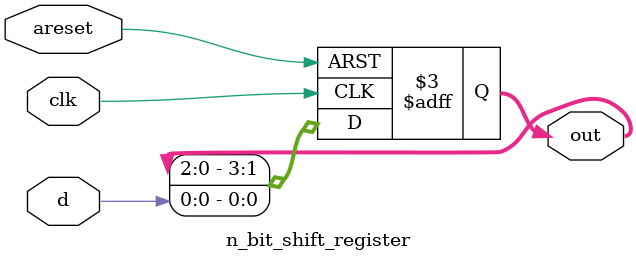
<source format=v>
module n_bit_shift_register(
	input d, clk, areset,
	output reg [N-1:0] out
);

	parameter N = 4;

	always @(posedge clk, negedge areset) begin
		if (!areset) out <= {N{1'b0}};
		else out <= {out[N-2:0], d};
	end

endmodule

</source>
